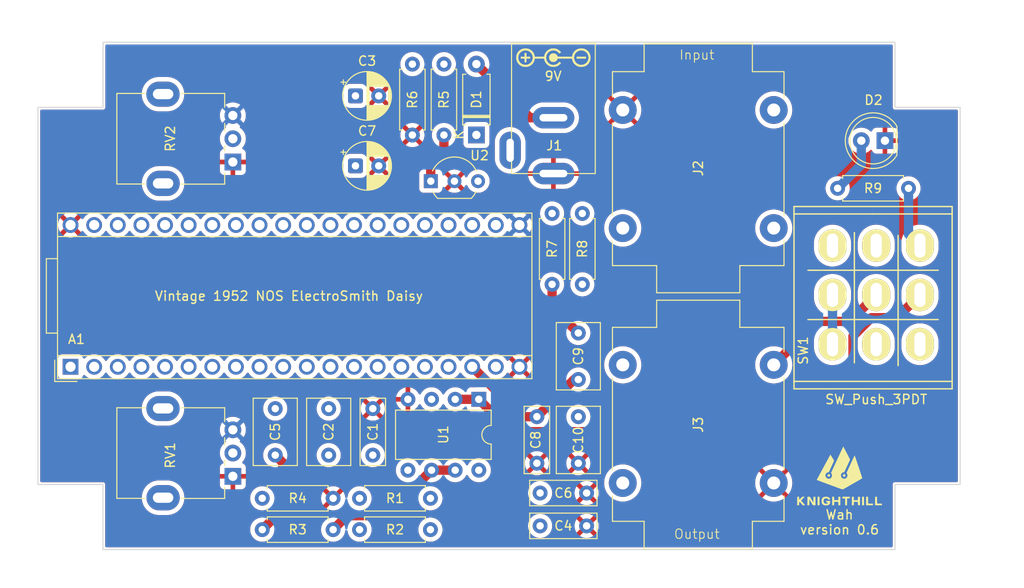
<source format=kicad_pcb>
(kicad_pcb (version 20241229) (generator "pcbnew") (generator_version "9.0")
  (title_block (title "Wah") (date "2025-11-13") (rev "0.6.1") (company "KnightHill Engineering"))
  (layers (0 "F.Cu" power) (4 "In1.Cu" signal) (6 "In2.Cu" signal) (2 "B.Cu" power) (13 "F.Paste" user) (15 "B.Paste" user) (5 "F.SilkS" user "F.Silkscreen") (7 "B.SilkS" user "B.Silkscreen") (1 "F.Mask" user) (3 "B.Mask" user) (25 "Edge.Cuts" user))
  (net 0 "")
  (net 10 "GND")
  (net 11 "VDD")
  (net 13 "/POT1")
  (net 14 "/POT2")
  (net 24 "+9V")
  (net 28 "/FX_IN")
  (net 30 "/FX_OUT")
  (net 33 "Net-(D2-A)")
  (net 34 "/AUDIO_IN")
  (net 37 "/AUDIO_OUT")
  (net 38 "Net-(C1-Pad1)")
  (net 39 "Net-(U1B-+)")
  (net 40 "Net-(C5-Pad1)")
  (net 42 "Net-(U1C-V+)")
  (net 43 "Net-(C9-Pad2)")
  (net 45 "Net-(D1-A)")
  (net 46 "Net-(U1A-+)")
  (net 50 "Net-(J2-PadT)")
  (net 51 "/VREF")
  (net 52 "Net-(J3-PadT)")
  (net 53 "Net-(U1B--)")
  (net 54 "Net-(R9-Pad1)")
  (net 55 "Net-(SW1-A-Pad1)")
  (footprint "Diode_THT:D_A-405_P7.62mm_Horizontal" (layer "F.Cu") (at 89.55 43.155 90)
    (property "Reference" "D1" (at 3.81 0 90) (layer "F.SilkS"))
    (property "Value" "1N5817")
    (fp_text user "K" (at 0 -1.9 90) (layer "F.SilkS"))
    (pad "1" thru_hole rect (at 0 0 90) (size 1.8 1.8) (drill 0.9) (layers "*.Cu" "*.Mask") (net 24 "+9V"))
    (pad "2" thru_hole oval (at 7.62 0 90) (size 1.8 1.8) (drill 0.9) (layers "*.Cu" "*.Mask") (net 45 "Net-(D1-A)"))
  )
  (footprint "Capacitor_THT:C_Rect_L7.0mm_W4.5mm_P5.00mm" (layer "F.Cu") (at 100.51 69.445 90)
    (property "Reference" "C9" (at 2.5 0 90) (layer "F.SilkS"))
    (property "Value" "1u")
    (pad "1" thru_hole circle (at 0 0 90) (size 1.6 1.6) (drill 0.8) (layers "*.Cu" "*.Mask") (net 37 "/AUDIO_OUT"))
    (pad "2" thru_hole circle (at 5 0 90) (size 1.6 1.6) (drill 0.8) (layers "*.Cu" "*.Mask") (net 43 "Net-(C9-Pad2)"))
  )
  (footprint "CustomFootprints:Potentiometer_uxcel_9mm_Single_Vertical" (layer "F.Cu") (at 63.37 46.0622 180)
    (property "Reference" "RV2" (at 6.73 2.508095 90) (layer "F.SilkS"))
    (property "Value" "10k")
    (pad "" thru_hole oval (at 7.5 -2.3 270) (size 2.72 3.58) (drill oval 1.1 2.2) (layers "*.Cu" "*.Mask"))
    (pad "" thru_hole oval (at 7.5 7.3 270) (size 2.696 3.58) (drill oval 1.1 2.2 (offset 0.012 0.012)) (layers "*.Cu" "*.Mask"))
    (pad "1" thru_hole rect (at 0 0 270) (size 1.8 1.8) (drill 1) (layers "*.Cu" "*.Mask") (net 10 "GND"))
    (pad "2" thru_hole circle (at 0 2.5 270) (size 1.8 1.8) (drill 1) (layers "*.Cu" "*.Mask") (net 14 "/POT2"))
    (pad "3" thru_hole circle (at 0 5 270) (size 1.8 1.8) (drill 1) (layers "*.Cu" "*.Mask") (net 11 "VDD"))
  )
  (footprint "Capacitor_THT:C_Rect_L7.0mm_W4.5mm_P5.00mm" (layer "F.Cu") (at 67.926667 77.575 90)
    (property "Reference" "C5" (at 2.5 0 90) (layer "F.SilkS"))
    (property "Value" "1u")
    (pad "1" thru_hole circle (at 0 0 90) (size 1.6 1.6) (drill 0.8) (layers "*.Cu" "*.Mask") (net 40 "Net-(C5-Pad1)"))
    (pad "2" thru_hole circle (at 5 0 90) (size 1.6 1.6) (drill 0.8) (layers "*.Cu" "*.Mask") (net 34 "/AUDIO_IN"))
  )
  (footprint "Capacitor_THT:CP_Radial_D5.0mm_P2.50mm" (layer "F.Cu") (at 76.55 46.475)
    (property "Reference" "C7" (at 1.25 -3.75 0) (layer "F.SilkS"))
    (property "Value" "100u")
    (pad "1" thru_hole roundrect (at 0 0) (size 1.6 1.6) (drill 0.8) (layers "*.Cu" "*.Mask") (roundrect_rratio 0.15625) (net 51 "/VREF"))
    (pad "2" thru_hole circle (at 2.5 0) (size 1.6 1.6) (drill 0.8) (layers "*.Cu" "*.Mask") (net 10 "GND"))
  )
  (footprint "Resistor_THT:R_Axial_DIN0207_L6.3mm_D2.5mm_P7.62mm_Horizontal" (layer "F.Cu") (at 82.67 43.165 90)
    (property "Reference" "R6" (at 3.81 0 90) (layer "F.SilkS"))
    (property "Value" "100K")
    (pad "1" thru_hole circle (at 0 0 90) (size 1.6 1.6) (drill 0.8) (layers "*.Cu" "*.Mask") (net 10 "GND"))
    (pad "2" thru_hole circle (at 7.62 0 90) (size 1.6 1.6) (drill 0.8) (layers "*.Cu" "*.Mask") (net 51 "/VREF"))
  )
  (footprint "Package_TO_SOT_THT:TO-92_Inline_Wide" (layer "F.Cu") (at 84.65 48.125)
    (property "Reference" "U2" (at 5.24 -2.76 0) (layer "F.SilkS"))
    (property "Value" "L78L05_TO92")
    (pad "1" thru_hole rect (at 0 0) (size 1.5 1.5) (drill 0.8) (layers "*.Cu" "*.Mask") (net 42 "Net-(U1C-V+)"))
    (pad "2" thru_hole circle (at 2.54 0) (size 1.5 1.5) (drill 0.8) (layers "*.Cu" "*.Mask") (net 10 "GND"))
    (pad "3" thru_hole circle (at 5.08 0) (size 1.5 1.5) (drill 0.8) (layers "*.Cu" "*.Mask") (net 24 "+9V"))
  )
  (footprint "Connector_Audio:Jack_6.35mm_Neutrik_NMJ4HCD2_Horizontal" (layer "F.Cu") (at 121.515 67.87 -90)
    (property "Reference" "J3" (at 6.435 8.115 90) (layer "F.SilkS"))
    (property "Value" "Out")
    (pad "S" thru_hole circle (at 12.7 0 270) (size 3 3) (drill 1.4) (layers "*.Cu" "*.Mask") (net 10 "GND"))
    (pad "SN" thru_hole circle (at 12.7 16.23 270) (size 3 3) (drill 1.4) (layers "*.Cu" "*.Mask"))
    (pad "T" thru_hole circle (at 0 0 270) (size 3 3) (drill 1.4) (layers "*.Cu" "*.Mask") (net 52 "Net-(J3-PadT)"))
    (pad "TN" thru_hole circle (at 0 16.23 270) (size 3 3) (drill 1.4) (layers "*.Cu" "*.Mask"))
  )
  (footprint "Resistor_THT:R_Axial_DIN0207_L6.3mm_D2.5mm_P7.62mm_Horizontal" (layer "F.Cu") (at 84.61 85.585 180)
    (property "Reference" "R2" (at 3.81 0 0) (layer "F.SilkS"))
    (property "Value" "1M")
    (pad "1" thru_hole circle (at 0 0 180) (size 1.6 1.6) (drill 0.8) (layers "*.Cu" "*.Mask") (net 51 "/VREF"))
    (pad "2" thru_hole circle (at 7.62 0 180) (size 1.6 1.6) (drill 0.8) (layers "*.Cu" "*.Mask") (net 39 "Net-(U1B-+)"))
  )
  (footprint "CustomFootprints:Generic_PowerJack" (layer "F.Cu") (at 97.83 47.305 -90)
    (property "Reference" "J1" (at -3 -0.1 0) (layer "F.SilkS"))
    (property "Value" "Barrel_Jack_Switch")
    (pad "1" thru_hole oval (at 0 0 270) (size 2.3 4.5) (drill oval 0.8 3) (layers "*.Cu" "*.Mask") (net 10 "GND"))
    (pad "2" thru_hole oval (at -6 0 270) (size 2.3 4.5) (drill oval 0.8 3) (layers "*.Cu" "*.Mask") (net 45 "Net-(D1-A)"))
    (pad "3" thru_hole oval (at -2.5 4.65) (size 2.3 4) (drill oval 0.8 2.5) (layers "*.Cu" "*.Mask"))
  )
  (footprint "LOGO" (layer "F.Cu") (at 128.45587 80.700059)
    (property "Reference" "G***" (hide yes))
    (property "Value" "LOGO" (hide yes))
  )
  (footprint "CustomFootprints:Potentiometer_uxcel_9mm_Single_Vertical" (layer "F.Cu") (at 63.37 79.8522 180)
    (property "Reference" "RV1" (at 6.73 2.2525 90) (layer "F.SilkS"))
    (property "Value" "10k")
    (pad "" thru_hole oval (at 7.5 -2.3 270) (size 2.72 3.58) (drill oval 1.1 2.2) (layers "*.Cu" "*.Mask"))
    (pad "" thru_hole oval (at 7.5 7.3 270) (size 2.696 3.58) (drill oval 1.1 2.2 (offset 0.012 0.012)) (layers "*.Cu" "*.Mask"))
    (pad "1" thru_hole rect (at 0 0 270) (size 1.8 1.8) (drill 1) (layers "*.Cu" "*.Mask") (net 10 "GND"))
    (pad "2" thru_hole circle (at 0 2.5 270) (size 1.8 1.8) (drill 1) (layers "*.Cu" "*.Mask") (net 13 "/POT1"))
    (pad "3" thru_hole circle (at 0 5 270) (size 1.8 1.8) (drill 1) (layers "*.Cu" "*.Mask") (net 11 "VDD"))
  )
  (footprint "Capacitor_THT:C_Rect_L7.0mm_W2.5mm_P5.00mm" (layer "F.Cu") (at 96.4004 81.649)
    (property "Reference" "C6" (at 2.5 0 0) (layer "F.SilkS"))
    (property "Value" "100n")
    (pad "1" thru_hole circle (at 0 0) (size 1.6 1.6) (drill 0.8) (layers "*.Cu" "*.Mask") (net 42 "Net-(U1C-V+)"))
    (pad "2" thru_hole circle (at 5 0) (size 1.6 1.6) (drill 0.8) (layers "*.Cu" "*.Mask") (net 10 "GND"))
  )
  (footprint "Resistor_THT:R_Axial_DIN0207_L6.3mm_D2.5mm_P7.62mm_Horizontal" (layer "F.Cu") (at 97.69 59.215 90)
    (property "Reference" "R7" (at 3.81 0 90) (layer "F.SilkS"))
    (property "Value" "1K")
    (pad "1" thru_hole circle (at 0 0 90) (size 1.6 1.6) (drill 0.8) (layers "*.Cu" "*.Mask") (net 43 "Net-(C9-Pad2)"))
    (pad "2" thru_hole circle (at 7.62 0 90) (size 1.6 1.6) (drill 0.8) (layers "*.Cu" "*.Mask") (net 46 "Net-(U1A-+)"))
  )
  (footprint "Resistor_THT:R_Axial_DIN0207_L6.3mm_D2.5mm_P7.62mm_Horizontal" (layer "F.Cu") (at 84.61 82.215 180)
    (property "Reference" "R1" (at 3.81 0 0) (layer "F.SilkS"))
    (property "Value" "3K3")
    (pad "1" thru_hole circle (at 0 0 180) (size 1.6 1.6) (drill 0.8) (layers "*.Cu" "*.Mask") (net 28 "/FX_IN"))
    (pad "2" thru_hole circle (at 7.62 0 180) (size 1.6 1.6) (drill 0.8) (layers "*.Cu" "*.Mask") (net 38 "Net-(C1-Pad1)"))
  )
  (footprint "Resistor_THT:R_Axial_DIN0207_L6.3mm_D2.5mm_P7.62mm_Horizontal" (layer "F.Cu") (at 136.005 48.89 180)
    (property "Reference" "R9" (at 3.81 0 0) (layer "F.SilkS"))
    (property "Value" "R")
    (pad "1" thru_hole circle (at 0 0 180) (size 1.6 1.6) (drill 0.8) (layers "*.Cu" "*.Mask") (net 54 "Net-(R9-Pad1)"))
    (pad "2" thru_hole circle (at 7.62 0 180) (size 1.6 1.6) (drill 0.8) (layers "*.Cu" "*.Mask") (net 33 "Net-(D2-A)"))
  )
  (footprint "Resistor_THT:R_Axial_DIN0207_L6.3mm_D2.5mm_P7.62mm_Horizontal" (layer "F.Cu") (at 86.06 43.165 90)
    (property "Reference" "R5" (at 3.81 0 90) (layer "F.SilkS"))
    (property "Value" "100K")
    (pad "1" thru_hole circle (at 0 0 90) (size 1.6 1.6) (drill 0.8) (layers "*.Cu" "*.Mask") (net 42 "Net-(U1C-V+)"))
    (pad "2" thru_hole circle (at 7.62 0 90) (size 1.6 1.6) (drill 0.8) (layers "*.Cu" "*.Mask") (net 51 "/VREF"))
  )
  (footprint "LED_THT:LED_D5.0mm" (layer "F.Cu") (at 133.47 43.77 180)
    (property "Reference" "D2" (at 1.225 4.36 0) (layer "F.SilkS"))
    (property "Value" "LED")
    (pad "1" thru_hole rect (at 0 0 180) (size 1.8 1.8) (drill 0.9) (layers "*.Cu" "*.Mask") (net 10 "GND"))
    (pad "2" thru_hole circle (at 2.54 0 180) (size 1.8 1.8) (drill 0.9) (layers "*.Cu" "*.Mask") (net 33 "Net-(D2-A)"))
  )
  (footprint "LOGO" (layer "F.Cu") (at 97.830036 34.845)
    (property "Reference" "G***" (hide yes))
    (property "Value" "LOGO" (hide yes))
  )
  (footprint "CustomFootprints:Switches_Stomp_Switch_3PDT" (layer "F.Cu") (at 132.195 60.65 90)
    (property "Reference" "SW1" (at -5.6768 -7.5156 270) (layer "F.SilkS"))
    (property "Value" "SW_Push_3PDT" (at -10.935 0.34 0) (layer "F.SilkS"))
    (pad "1" thru_hole oval (at -5 -4.36 90) (size 3.5 3) (drill oval 2.6 1.2) (layers "*.Cu" "*.Mask" "F.SilkS") (net 55 "Net-(SW1-A-Pad1)"))
    (pad "2" thru_hole oval (at -5 0.34 90) (size 3.5 3) (drill oval 2.6 1.2) (layers "*.Cu" "*.Mask" "F.SilkS") (net 50 "Net-(J2-PadT)"))
    (pad "3" thru_hole oval (at -5 5.04 90) (size 3.5 3) (drill oval 2.6 1.2) (layers "*.Cu" "*.Mask" "F.SilkS") (net 28 "/FX_IN"))
    (pad "4" thru_hole oval (at 0.3 -4.36 90) (size 3.5 3) (drill oval 2.6 1.2) (layers "*.Cu" "*.Mask" "F.SilkS") (net 55 "Net-(SW1-A-Pad1)"))
    (pad "5" thru_hole oval (at 0.3 0.34 90) (size 3.5 3) (drill oval 2.6 1.2) (layers "*.Cu" "*.Mask" "F.SilkS") (net 52 "Net-(J3-PadT)"))
    (pad "6" thru_hole oval (at 0.3 5.04 90) (size 3.5 3) (drill oval 2.6 1.2) (layers "*.Cu" "*.Mask" "F.SilkS") (net 30 "/FX_OUT"))
    (pad "7" thru_hole oval (at 5.6 -4.36 90) (size 3.5 3) (drill oval 2.6 1.2) (layers "*.Cu" "*.Mask" "F.SilkS"))
    (pad "8" thru_hole oval (at 5.6 0.34 90) (size 3.5 3) (drill oval 2.6 1.2) (layers "*.Cu" "*.Mask" "F.SilkS") (net 24 "+9V"))
    (pad "9" thru_hole oval (at 5.6 5.04 90) (size 3.5 3) (drill oval 2.6 1.2) (layers "*.Cu" "*.Mask" "F.SilkS") (net 54 "Net-(R9-Pad1)"))
  )
  (footprint "Connector_Audio:Jack_6.35mm_Neutrik_NMJ4HCD2_Horizontal" (layer "F.Cu") (at 105.285 53.17 90)
    (property "Reference" "J2" (at 6.435 8.115 90) (layer "F.SilkS"))
    (property "Value" "In")
    (pad "S" thru_hole circle (at 12.7 0 90) (size 3 3) (drill 1.4) (layers "*.Cu" "*.Mask") (net 10 "GND"))
    (pad "SN" thru_hole circle (at 12.7 16.23 90) (size 3 3) (drill 1.4) (layers "*.Cu" "*.Mask"))
    (pad "T" thru_hole circle (at 0 0 90) (size 3 3) (drill 1.4) (layers "*.Cu" "*.Mask") (net 50 "Net-(J2-PadT)"))
    (pad "TN" thru_hole circle (at 0 16.23 90) (size 3 3) (drill 1.4) (layers "*.Cu" "*.Mask"))
  )
  (footprint "Resistor_THT:R_Axial_DIN0207_L6.3mm_D2.5mm_P7.62mm_Horizontal" (layer "F.Cu") (at 74.15 85.585 180)
    (property "Reference" "R3" (at 3.81 0 0) (layer "F.SilkS"))
    (property "Value" "100R")
    (pad "1" thru_hole circle (at 0 0 180) (size 1.6 1.6) (drill 0.8) (layers "*.Cu" "*.Mask") (net 53 "Net-(U1B--)"))
    (pad "2" thru_hole circle (at 7.62 0 180) (size 1.6 1.6) (drill 0.8) (layers "*.Cu" "*.Mask") (net 40 "Net-(C5-Pad1)"))
  )
  (footprint "Capacitor_THT:C_Rect_L7.0mm_W2.5mm_P5.00mm" (layer "F.Cu") (at 96.4004 85.1796)
    (property "Reference" "C4" (at 2.5 0 0) (layer "F.SilkS"))
    (property "Value" "100n")
    (pad "1" thru_hole circle (at 0 0) (size 1.6 1.6) (drill 0.8) (layers "*.Cu" "*.Mask") (net 42 "Net-(U1C-V+)"))
    (pad "2" thru_hole circle (at 5 0) (size 1.6 1.6) (drill 0.8) (layers "*.Cu" "*.Mask") (net 10 "GND"))
  )
  (footprint "Capacitor_THT:CP_Radial_D5.0mm_P2.50mm" (layer "F.Cu") (at 76.55 38.955)
    (property "Reference" "C3" (at 1.25 -3.75 0) (layer "F.SilkS"))
    (property "Value" "100u")
    (pad "1" thru_hole roundrect (at 0 0) (size 1.6 1.6) (drill 0.8) (layers "*.Cu" "*.Mask") (roundrect_rratio 0.15625) (net 24 "+9V"))
    (pad "2" thru_hole circle (at 2.5 0) (size 1.6 1.6) (drill 0.8) (layers "*.Cu" "*.Mask") (net 10 "GND"))
  )
  (footprint "Resistor_THT:R_Axial_DIN0207_L6.3mm_D2.5mm_P7.62mm_Horizontal" (layer "F.Cu") (at 100.94 51.595 -90)
    (property "Reference" "R8" (at 3.81 0 90) (layer "F.SilkS"))
    (property "Value" "1M")
    (pad "1" thru_hole circle (at 0 0 270) (size 1.6 1.6) (drill 0.8) (layers "*.Cu" "*.Mask") (net 51 "/VREF"))
    (pad "2" thru_hole circle (at 7.62 0 270) (size 1.6 1.6) (drill 0.8) (layers "*.Cu" "*.Mask") (net 46 "Net-(U1A-+)"))
  )
  (footprint "Capacitor_THT:C_Rect_L7.0mm_W2.5mm_P5.00mm" (layer "F.Cu") (at 78.415556 77.575 90)
    (property "Reference" "C1" (at 2.5 0 90) (layer "F.SilkS"))
    (property "Value" "2n2")
    (pad "1" thru_hole circle (at 0 0 90) (size 1.6 1.6) (drill 0.8) (layers "*.Cu" "*.Mask") (net 38 "Net-(C1-Pad1)"))
    (pad "2" thru_hole circle (at 5 0 90) (size 1.6 1.6) (drill 0.8) (layers "*.Cu" "*.Mask") (net 10 "GND"))
  )
  (footprint "Capacitor_THT:C_Rect_L7.0mm_W4.5mm_P5.00mm" (layer "F.Cu") (at 73.671111 72.575 -90)
    (property "Reference" "C2" (at 2.5 0 270) (layer "F.SilkS"))
    (property "Value" "1u")
    (pad "1" thru_hole circle (at 0 0 270) (size 1.6 1.6) (drill 0.8) (layers "*.Cu" "*.Mask") (net 38 "Net-(C1-Pad1)"))
    (pad "2" thru_hole circle (at 5 0 270) (size 1.6 1.6) (drill 0.8) (layers "*.Cu" "*.Mask") (net 39 "Net-(U1B-+)"))
  )
  (footprint "Package_DIP:DIP-8_W7.62mm" (layer "F.Cu") (at 89.81 71.575 -90)
    (property "Reference" "U1" (at 3.8 3.8 90) (layer "F.SilkS"))
    (property "Value" "TL072")
    (pad "1" thru_hole rect (at 0 0 270) (size 1.6 1.6) (drill 0.8) (layers "*.Cu" "*.Mask") (net 30 "/FX_OUT"))
    (pad "2" thru_hole oval (at 0 2.54 270) (size 1.6 1.6) (drill 0.8) (layers "*.Cu" "*.Mask") (net 30 "/FX_OUT"))
    (pad "3" thru_hole oval (at 0 5.08 270) (size 1.6 1.6) (drill 0.8) (layers "*.Cu" "*.Mask") (net 46 "Net-(U1A-+)"))
    (pad "4" thru_hole oval (at 0 7.62 270) (size 1.6 1.6) (drill 0.8) (layers "*.Cu" "*.Mask") (net 10 "GND"))
    (pad "5" thru_hole oval (at 7.62 7.62 270) (size 1.6 1.6) (drill 0.8) (layers "*.Cu" "*.Mask") (net 39 "Net-(U1B-+)"))
    (pad "6" thru_hole oval (at 7.62 5.08 270) (size 1.6 1.6) (drill 0.8) (layers "*.Cu" "*.Mask") (net 53 "Net-(U1B--)"))
    (pad "7" thru_hole oval (at 7.62 2.54 270) (size 1.6 1.6) (drill 0.8) (layers "*.Cu" "*.Mask") (net 53 "Net-(U1B--)"))
    (pad "8" thru_hole oval (at 7.62 0 270) (size 1.6 1.6) (drill 0.8) (layers "*.Cu" "*.Mask") (net 42 "Net-(U1C-V+)"))
  )
  (footprint "Capacitor_THT:C_Rect_L7.0mm_W2.5mm_P5.00mm" (layer "F.Cu") (at 96.053333 73.445 -90)
    (property "Reference" "C8" (at 2.5 0.125 90) (layer "F.SilkS"))
    (property "Value" "100p")
    (pad "1" thru_hole circle (at 0 0 270) (size 1.6 1.6) (drill 0.8) (layers "*.Cu" "*.Mask") (net 37 "/AUDIO_OUT"))
    (pad "2" thru_hole circle (at 5 0 270) (size 1.6 1.6) (drill 0.8) (layers "*.Cu" "*.Mask") (net 10 "GND"))
  )
  (footprint "Resistor_THT:R_Axial_DIN0207_L6.3mm_D2.5mm_P7.62mm_Horizontal" (layer "F.Cu") (at 66.53 82.215)
    (property "Reference" "R4" (at 3.81 0 0) (layer "F.SilkS"))
    (property "Value" "100K")
    (pad "1" thru_hole circle (at 0 0) (size 1.6 1.6) (drill 0.8) (layers "*.Cu" "*.Mask") (net 34 "/AUDIO_IN"))
    (pad "2" thru_hole circle (at 7.62 0) (size 1.6 1.6) (drill 0.8) (layers "*.Cu" "*.Mask") (net 10 "GND"))
  )
  (footprint "Module:Electrosmith_Daisy_Seed" (layer "F.Cu") (at 45.92 68.0772 90)
    (property "Reference" "A1" (at 2.96 0.64 0) (layer "F.SilkS"))
    (property "Value" "Electrosmith_Daisy_Seed_Rev4")
    (pad "1" thru_hole rect (at 0 0 90) (size 1.7 1.7) (drill 1.1) (layers "*.Cu" "*.Mask"))
    (pad "2" thru_hole circle (at 0 2.54 90) (size 1.7 1.7) (drill 1.1) (layers "*.Cu" "*.Mask"))
    (pad "3" thru_hole circle (at 0 5.08 90) (size 1.7 1.7) (drill 1.1) (layers "*.Cu" "*.Mask"))
    (pad "4" thru_hole circle (at 0 7.62 90) (size 1.7 1.7) (drill 1.1) (layers "*.Cu" "*.Mask"))
    (pad "5" thru_hole circle (at 0 10.16 90) (size 1.7 1.7) (drill 1.1) (layers "*.Cu" "*.Mask"))
    (pad "6" thru_hole circle (at 0 12.7 90) (size 1.7 1.7) (drill 1.1) (layers "*.Cu" "*.Mask"))
    (pad "7" thru_hole circle (at 0 15.24 90) (size 1.7 1.7) (drill 1.1) (layers "*.Cu" "*.Mask"))
    (pad "8" thru_hole circle (at 0 17.78 90) (size 1.7 1.7) (drill 1.1) (layers "*.Cu" "*.Mask"))
    (pad "9" thru_hole circle (at 0 20.32 90) (size 1.7 1.7) (drill 1.1) (layers "*.Cu" "*.Mask"))
    (pad "10" thru_hole circle (at 0 22.86 90) (size 1.7 1.7) (drill 1.1) (layers "*.Cu" "*.Mask"))
    (pad "11" thru_hole circle (at 0 25.4 90) (size 1.7 1.7) (drill 1.1) (layers "*.Cu" "*.Mask"))
    (pad "12" thru_hole circle (at 0 27.94 90) (size 1.7 1.7) (drill 1.1) (layers "*.Cu" "*.Mask"))
    (pad "13" thru_hole circle (at 0 30.48 90) (size 1.7 1.7) (drill 1.1) (layers "*.Cu" "*.Mask"))
    (pad "14" thru_hole circle (at 0 33.02 90) (size 1.7 1.7) (drill 1.1) (layers "*.Cu" "*.Mask"))
    (pad "15" thru_hole circle (at 0 35.56 90) (size 1.7 1.7) (drill 1.1) (layers "*.Cu" "*.Mask"))
    (pad "16" thru_hole circle (at 0 38.1 90) (size 1.7 1.7) (drill 1.1) (layers "*.Cu" "*.Mask") (net 34 "/AUDIO_IN"))
    (pad "17" thru_hole circle (at 0 40.64 90) (size 1.7 1.7) (drill 1.1) (layers "*.Cu" "*.Mask"))
    (pad "18" thru_hole circle (at 0 43.18 90) (size 1.7 1.7) (drill 1.1) (layers "*.Cu" "*.Mask") (net 37 "/AUDIO_OUT"))
    (pad "19" thru_hole circle (at 0 45.72 90) (size 1.7 1.7) (drill 1.1) (layers "*.Cu" "*.Mask"))
    (pad "20" thru_hole circle (at 0 48.26 90) (size 1.7 1.7) (drill 1.1) (layers "*.Cu" "*.Mask") (net 10 "GND"))
    (pad "21" thru_hole circle (at 15.24 48.26 90) (size 1.7 1.7) (drill 1.1) (layers "*.Cu" "*.Mask") (net 11 "VDD"))
    (pad "22" thru_hole circle (at 15.24 45.72 90) (size 1.7 1.7) (drill 1.1) (layers "*.Cu" "*.Mask"))
    (pad "23" thru_hole circle (at 15.24 43.18 90) (size 1.7 1.7) (drill 1.1) (layers "*.Cu" "*.Mask") (net 14 "/POT2"))
    (pad "24" thru_hole circle (at 15.24 40.64 90) (size 1.7 1.7) (drill 1.1) (layers "*.Cu" "*.Mask") (net 13 "/POT1"))
    (pad "25" thru_hole circle (at 15.24 38.1 90) (size 1.7 1.7) (drill 1.1) (layers "*.Cu" "*.Mask"))
    (pad "26" thru_hole circle (at 15.24 35.56 90) (size 1.7 1.7) (drill 1.1) (layers "*.Cu" "*.Mask"))
    (pad "27" thru_hole circle (at 15.24 33.02 90) (size 1.7 1.7) (drill 1.1) (layers "*.Cu" "*.Mask"))
    (pad "28" thru_hole circle (at 15.24 30.48 90) (size 1.7 1.7) (drill 1.1) (layers "*.Cu" "*.Mask"))
    (pad "29" thru_hole circle (at 15.24 27.94 90) (size 1.7 1.7) (drill 1.1) (layers "*.Cu" "*.Mask"))
    (pad "30" thru_hole circle (at 15.24 25.4 90) (size 1.7 1.7) (drill 1.1) (layers "*.Cu" "*.Mask"))
    (pad "31" thru_hole circle (at 15.24 22.86 90) (size 1.7 1.7) (drill 1.1) (layers "*.Cu" "*.Mask"))
    (pad "32" thru_hole circle (at 15.24 20.32 90) (size 1.7 1.7) (drill 1.1) (layers "*.Cu" "*.Mask"))
    (pad "33" thru_hole circle (at 15.24 17.78 90) (size 1.7 1.7) (drill 1.1) (layers "*.Cu" "*.Mask"))
    (pad "34" thru_hole circle (at 15.24 15.24 90) (size 1.7 1.7) (drill 1.1) (layers "*.Cu" "*.Mask"))
    (pad "35" thru_hole circle (at 15.24 12.7 90) (size 1.7 1.7) (drill 1.1) (layers "*.Cu" "*.Mask"))
    (pad "36" thru_hole circle (at 15.24 10.16 90) (size 1.7 1.7) (drill 1.1) (layers "*.Cu" "*.Mask"))
    (pad "37" thru_hole circle (at 15.24 7.62 90) (size 1.7 1.7) (drill 1.1) (layers "*.Cu" "*.Mask"))
    (pad "38" thru_hole circle (at 15.24 5.08 90) (size 1.7 1.7) (drill 1.1) (layers "*.Cu" "*.Mask"))
    (pad "39" thru_hole circle (at 15.24 2.54 90) (size 1.7 1.7) (drill 1.1) (layers "*.Cu" "*.Mask") (net 24 "+9V"))
    (pad "40" thru_hole circle (at 15.24 0 90) (size 1.7 1.7) (drill 1.1) (layers "*.Cu" "*.Mask") (net 10 "GND"))
  )
  (footprint "Capacitor_THT:C_Rect_L7.0mm_W4.5mm_P5.00mm" (layer "F.Cu") (at 100.51 73.445 -90)
    (property "Reference" "C10" (at 2.5 0 270) (layer "F.SilkS"))
    (property "Value" "1n")
    (pad "1" thru_hole circle (at 0 0 270) (size 1.6 1.6) (drill 0.8) (layers "*.Cu" "*.Mask") (net 46 "Net-(U1A-+)"))
    (pad "2" thru_hole circle (at 5 0 270) (size 1.6 1.6) (drill 0.8) (layers "*.Cu" "*.Mask") (net 10 "GND"))
  )
  (gr_poly (pts (xy 134.555 33.1844) (xy 134.555 40.1844) (xy 141.555 40.1844) (xy 141.555 80.73) (xy 134.555 80.73) (xy 134.555 87.73) (xy 49.4 87.73) (xy 49.4 80.735) (xy 42.415 80.735) (xy 42.415 40.1844) (xy 49.415 40.1844) (xy 49.415 33.1844)) (stroke (width 0.1)) (fill no) (layer "Edge.Cuts"))
  (gr_text "Wah\nversion 0.6" (at 128.59 84.790059 0) (layer "F.SilkS") (effects (font (size 1 1))))
  (gr_text "Output" (at 110.735 86.6468 0) (layer "F.SilkS") (effects (font (size 1 1) (thickness 0.1)) (justify left bottom)))
  (gr_text "Input" (at 111.306429 35.1356 0) (layer "F.SilkS") (effects (font (size 1 1) (thickness 0.1)) (justify left bottom)))
  (gr_text "9V" (at 96.800238 37.425 0) (layer "F.SilkS") (effects (font (size 1 1)) (justify left bottom)))
  (gr_text "Vintage 1952 NOS ElectroSmith Daisy" (at 54.895237 61.05895 0) (layer "F.SilkS") (effects (font (size 1 1)) (justify left bottom)))
  (segment (start 130.036 67.819) (end 122.801 75.054) (width 1) (layer "F.Cu") (net 30))
  (segment (start 132.021316 62.801) (end 130.036 64.786316) (width 1) (layer "F.Cu") (net 30))
  (segment (start 89.81 71.575) (end 87.27 71.575) (width 1) (layer "F.Cu") (net 30))
  (segment (start 130.036 64.786316) (end 130.036 67.819) (width 1) (layer "F.Cu") (net 30))
  (segment (start 93.289 75.054) (end 89.81 71.575) (width 1) (layer "F.Cu") (net 30))
  (segment (start 122.801 75.054) (end 93.289 75.054) (width 1) (layer "F.Cu") (net 30))
  (segment (start 137.235 60.35) (end 134.784 62.801) (width 1) (layer "F.Cu") (net 30))
  (segment (start 134.784 62.801) (end 132.021316 62.801) (width 1) (layer "F.Cu") (net 30))
  (segment (start 130.93 46.345) (end 128.385 48.89) (width 1) (layer "B.Cu") (net 33))
  (segment (start 130.93 43.77) (end 130.93 46.345) (width 1) (layer "B.Cu") (net 33))
  (segment (start 94.4678 73.445) (end 96.053333 73.445) (width 1) (layer "F.Cu") (net 37))
  (segment (start 100.053333 69.445) (end 96.053333 73.445) (width 1) (layer "F.Cu") (net 37))
  (segment (start 89.1 68.0772) (end 94.4678 73.445) (width 1) (layer "F.Cu") (net 37))
  (segment (start 100.51 69.445) (end 100.053333 69.445) (width 1) (layer "F.Cu") (net 37))
  (segment (start 68.726666 78.374999) (end 68.726666 83.388334) (width 1) (layer "F.Cu") (net 40))
  (segment (start 68.726666 83.388334) (end 66.53 85.585) (width 1) (layer "F.Cu") (net 40))
  (segment (start 67.926667 77.575) (end 68.726666 78.374999) (width 1) (layer "F.Cu") (net 40))
  (segment (start 84.64 46.605) (end 84.64 48.115) (width 1) (layer "F.Cu") (net 42))
  (segment (start 86.06 45.185) (end 84.64 46.605) (width 1) (layer "F.Cu") (net 42))
  (segment (start 84.64 48.115) (end 84.65 48.125) (width 1) (layer "F.Cu") (net 42))
  (segment (start 86.06 43.165) (end 86.06 45.185) (width 1) (layer "F.Cu") (net 42))
  (segment (start 97.69 61.625) (end 100.51 64.445) (width 1) (layer "F.Cu") (net 43))
  (segment (start 97.69 59.215) (end 97.69 61.625) (width 1) (layer "F.Cu") (net 43))
  (segment (start 95.32 41.305) (end 97.83 41.305) (width 1) (layer "F.Cu") (net 45))
  (segment (start 89.55 35.535) (end 95.32 41.305) (width 1) (layer "F.Cu") (net 45))
  (segment (start 126.186 63.199) (end 129.686 63.199) (width 1) (layer "F.Cu") (net 52))
  (segment (start 121.515 67.87) (end 126.186 63.199) (width 1) (layer "F.Cu") (net 52))
  (segment (start 129.686 63.199) (end 132.535 60.35) (width 1) (layer "F.Cu") (net 52))
  (segment (start 74.15 85.585) (end 75.651 84.084) (width 1) (layer "F.Cu") (net 53))
  (segment (start 79.841 84.084) (end 84.73 79.195) (width 1) (layer "F.Cu") (net 53))
  (segment (start 75.651 84.084) (end 79.841 84.084) (width 1) (layer "F.Cu") (net 53))
  (segment (start 84.73 79.195) (end 87.27 79.195) (width 1) (layer "F.Cu") (net 53))
  (segment (start 136.005 48.89) (end 136.005 53.82) (width 1) (layer "B.Cu") (net 54))
  (segment (start 136.005 53.82) (end 137.235 55.05) (width 1) (layer "B.Cu") (net 54))
  (segment (start 127.835 60.35) (end 127.835 65.65) (width 1) (layer "B.Cu") (net 55))
  (zone (net 10) (net_name "GND") (layer "F.Cu") (name "VCC") (connect_pads (clearance 0.5)) (min_thickness 0.25) (fill yes (thermal_gap 0.5) (thermal_bridge_width 0.5))
    (polygon (pts (xy 38.336775 91.375906) (xy 38.348427 28.647263) (xy 148.087923 29.110539) (xy 148.426174 91.862435)))
  )
  (zone (net 11) (net_name "VDD") (layer "B.Cu") (name "VDD") (connect_pads (clearance 0.5)) (min_thickness 0.25) (fill yes (thermal_gap 0.5) (thermal_bridge_width 0.5))
    (polygon (pts (xy 41.127889 91.374521) (xy 41.139235 30.291858) (xy 146.557965 30.736894) (xy 146.887339 91.841912)))
  )
)
</source>
